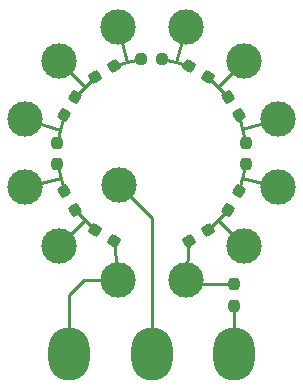
<source format=gbr>
%TF.GenerationSoftware,KiCad,Pcbnew,(6.0.5)*%
%TF.CreationDate,2022-05-19T01:25:15-04:00*%
%TF.ProjectId,selector_switch,73656c65-6374-46f7-925f-737769746368,rev?*%
%TF.SameCoordinates,Original*%
%TF.FileFunction,Copper,L2,Bot*%
%TF.FilePolarity,Positive*%
%FSLAX46Y46*%
G04 Gerber Fmt 4.6, Leading zero omitted, Abs format (unit mm)*
G04 Created by KiCad (PCBNEW (6.0.5)) date 2022-05-19 01:25:15*
%MOMM*%
%LPD*%
G01*
G04 APERTURE LIST*
G04 Aperture macros list*
%AMRoundRect*
0 Rectangle with rounded corners*
0 $1 Rounding radius*
0 $2 $3 $4 $5 $6 $7 $8 $9 X,Y pos of 4 corners*
0 Add a 4 corners polygon primitive as box body*
4,1,4,$2,$3,$4,$5,$6,$7,$8,$9,$2,$3,0*
0 Add four circle primitives for the rounded corners*
1,1,$1+$1,$2,$3*
1,1,$1+$1,$4,$5*
1,1,$1+$1,$6,$7*
1,1,$1+$1,$8,$9*
0 Add four rect primitives between the rounded corners*
20,1,$1+$1,$2,$3,$4,$5,0*
20,1,$1+$1,$4,$5,$6,$7,0*
20,1,$1+$1,$6,$7,$8,$9,0*
20,1,$1+$1,$8,$9,$2,$3,0*%
G04 Aperture macros list end*
%TA.AperFunction,SMDPad,CuDef*%
%ADD10RoundRect,0.237500X-0.335256X-0.080681X0.097756X-0.330681X0.335256X0.080681X-0.097756X0.330681X0*%
%TD*%
%TA.AperFunction,SMDPad,CuDef*%
%ADD11RoundRect,0.237500X-0.330681X0.097756X-0.080681X-0.335256X0.330681X-0.097756X0.080681X0.335256X0*%
%TD*%
%TA.AperFunction,SMDPad,CuDef*%
%ADD12RoundRect,0.237500X-0.237500X0.250000X-0.237500X-0.250000X0.237500X-0.250000X0.237500X0.250000X0*%
%TD*%
%TA.AperFunction,SMDPad,CuDef*%
%ADD13RoundRect,0.237500X-0.080681X0.335256X-0.330681X-0.097756X0.080681X-0.335256X0.330681X0.097756X0*%
%TD*%
%TA.AperFunction,SMDPad,CuDef*%
%ADD14RoundRect,0.237500X0.097756X0.330681X-0.335256X0.080681X-0.097756X-0.330681X0.335256X-0.080681X0*%
%TD*%
%TA.AperFunction,SMDPad,CuDef*%
%ADD15RoundRect,0.237500X0.250000X0.237500X-0.250000X0.237500X-0.250000X-0.237500X0.250000X-0.237500X0*%
%TD*%
%TA.AperFunction,SMDPad,CuDef*%
%ADD16RoundRect,0.237500X0.335256X0.080681X-0.097756X0.330681X-0.335256X-0.080681X0.097756X-0.330681X0*%
%TD*%
%TA.AperFunction,SMDPad,CuDef*%
%ADD17RoundRect,0.237500X0.330681X-0.097756X0.080681X0.335256X-0.330681X0.097756X-0.080681X-0.335256X0*%
%TD*%
%TA.AperFunction,SMDPad,CuDef*%
%ADD18RoundRect,0.237500X0.237500X-0.250000X0.237500X0.250000X-0.237500X0.250000X-0.237500X-0.250000X0*%
%TD*%
%TA.AperFunction,SMDPad,CuDef*%
%ADD19RoundRect,0.237500X0.080681X-0.335256X0.330681X0.097756X-0.080681X0.335256X-0.330681X-0.097756X0*%
%TD*%
%TA.AperFunction,SMDPad,CuDef*%
%ADD20RoundRect,0.237500X-0.097756X-0.330681X0.335256X-0.080681X0.097756X0.330681X-0.335256X0.080681X0*%
%TD*%
%TA.AperFunction,ComponentPad*%
%ADD21O,3.500000X4.500000*%
%TD*%
%TA.AperFunction,ComponentPad*%
%ADD22C,3.000000*%
%TD*%
%TA.AperFunction,Conductor*%
%ADD23C,0.250000*%
%TD*%
G04 APERTURE END LIST*
D10*
%TO.P,R12,1*%
%TO.N,Net-(R11-Pad2)*%
X150209752Y-75471953D03*
%TO.P,R12,2*%
%TO.N,Net-(J1-Pad1)*%
X151790248Y-76384453D03*
%TD*%
D11*
%TO.P,R11,1*%
%TO.N,Net-(R10-Pad2)*%
X147615547Y-72209752D03*
%TO.P,R11,2*%
%TO.N,Net-(R11-Pad2)*%
X148528047Y-73790248D03*
%TD*%
D12*
%TO.P,R10,2*%
%TO.N,Net-(R10-Pad2)*%
X147000000Y-69912500D03*
%TO.P,R10,1*%
%TO.N,Net-(R10-Pad1)*%
X147000000Y-68087500D03*
%TD*%
D13*
%TO.P,R9,1*%
%TO.N,Net-(R8-Pad2)*%
X148528047Y-64209752D03*
%TO.P,R9,2*%
%TO.N,Net-(R10-Pad1)*%
X147615547Y-65790248D03*
%TD*%
D14*
%TO.P,R8,1*%
%TO.N,Net-(R7-Pad2)*%
X151790248Y-61615547D03*
%TO.P,R8,2*%
%TO.N,Net-(R8-Pad2)*%
X150209752Y-62528047D03*
%TD*%
D15*
%TO.P,R7,1*%
%TO.N,Net-(R6-Pad2)*%
X155912500Y-61000000D03*
%TO.P,R7,2*%
%TO.N,Net-(R7-Pad2)*%
X154087500Y-61000000D03*
%TD*%
D16*
%TO.P,R6,1*%
%TO.N,Net-(R5-Pad2)*%
X159790248Y-62528047D03*
%TO.P,R6,2*%
%TO.N,Net-(R6-Pad2)*%
X158209752Y-61615547D03*
%TD*%
D17*
%TO.P,R5,1*%
%TO.N,Net-(R4-Pad2)*%
X162384453Y-65790248D03*
%TO.P,R5,2*%
%TO.N,Net-(R5-Pad2)*%
X161471953Y-64209752D03*
%TD*%
D18*
%TO.P,R4,1*%
%TO.N,Net-(R3-Pad2)*%
X163000000Y-69912500D03*
%TO.P,R4,2*%
%TO.N,Net-(R4-Pad2)*%
X163000000Y-68087500D03*
%TD*%
D19*
%TO.P,R3,1*%
%TO.N,Net-(R2-Pad2)*%
X161471953Y-73790248D03*
%TO.P,R3,2*%
%TO.N,Net-(R3-Pad2)*%
X162384453Y-72209752D03*
%TD*%
D20*
%TO.P,R2,1*%
%TO.N,Net-(R1-Pad2)*%
X158209752Y-76384453D03*
%TO.P,R2,2*%
%TO.N,Net-(R2-Pad2)*%
X159790248Y-75471953D03*
%TD*%
D18*
%TO.P,R1,1*%
%TO.N,Net-(J1-Pad3)*%
X162000000Y-81912500D03*
%TO.P,R1,2*%
%TO.N,Net-(R1-Pad2)*%
X162000000Y-80087500D03*
%TD*%
D21*
%TO.P,J1,1,Pin_1*%
%TO.N,Net-(J1-Pad1)*%
X148000000Y-86000000D03*
%TO.P,J1,2,Pin_2*%
%TO.N,/OUT*%
X155000000Y-86000000D03*
%TO.P,J1,3,Pin_3*%
%TO.N,Net-(J1-Pad3)*%
X162000000Y-86000000D03*
%TD*%
D22*
%TO.P,SW1,1,1*%
%TO.N,Net-(J1-Pad1)*%
X152127000Y-79722000D03*
%TO.P,SW1,2,2*%
%TO.N,Net-(R11-Pad2)*%
X147151000Y-76849000D03*
%TO.P,SW1,3,3*%
%TO.N,Net-(R10-Pad2)*%
X144278000Y-71873000D03*
%TO.P,SW1,4,4*%
%TO.N,Net-(R10-Pad1)*%
X144278000Y-66127000D03*
%TO.P,SW1,5,5*%
%TO.N,Net-(R8-Pad2)*%
X147151000Y-61151000D03*
%TO.P,SW1,6,6*%
%TO.N,Net-(R7-Pad2)*%
X152127000Y-58278000D03*
%TO.P,SW1,7,7*%
%TO.N,Net-(R6-Pad2)*%
X157873000Y-58278000D03*
%TO.P,SW1,8,8*%
%TO.N,Net-(R5-Pad2)*%
X162849000Y-61151000D03*
%TO.P,SW1,9,9*%
%TO.N,Net-(R4-Pad2)*%
X165722000Y-66127000D03*
%TO.P,SW1,10,10*%
%TO.N,Net-(R3-Pad2)*%
X165722000Y-71873000D03*
%TO.P,SW1,11,11*%
%TO.N,Net-(R2-Pad2)*%
X162849000Y-76849000D03*
%TO.P,SW1,12,12*%
%TO.N,Net-(R1-Pad2)*%
X157873000Y-79722000D03*
%TO.P,SW1,13,13*%
%TO.N,/OUT*%
X152277500Y-71722500D03*
%TD*%
D23*
%TO.N,Net-(J1-Pad1)*%
X152127000Y-79722000D02*
X149278000Y-79722000D01*
X149278000Y-79722000D02*
X148000000Y-81000000D01*
X148000000Y-81000000D02*
X148000000Y-86000000D01*
%TO.N,Net-(J1-Pad3)*%
X162000000Y-81912500D02*
X162000000Y-86000000D01*
%TO.N,Net-(R1-Pad2)*%
X157873000Y-79722000D02*
X158238500Y-80087500D01*
X158238500Y-80087500D02*
X162000000Y-80087500D01*
X158209752Y-76384453D02*
X157873000Y-79722000D01*
%TO.N,/OUT*%
X152277500Y-71722500D02*
X155000000Y-74445000D01*
X155000000Y-74445000D02*
X155000000Y-86000000D01*
%TO.N,Net-(R6-Pad2)*%
X158209752Y-61615547D02*
X157056546Y-61306546D01*
X157056546Y-61306546D02*
X155912500Y-61000000D01*
X157873000Y-58278000D02*
X157056546Y-61306546D01*
%TO.N,Net-(R7-Pad2)*%
X154087500Y-61000000D02*
X152943454Y-61306546D01*
X152943454Y-61306546D02*
X151790248Y-61615547D01*
X152127000Y-58278000D02*
X152943454Y-61306546D01*
%TO.N,Net-(R10-Pad1)*%
X147615547Y-65790248D02*
X147282647Y-67032647D01*
X147282647Y-67032647D02*
X147000000Y-68087500D01*
X144278000Y-66127000D02*
X147282647Y-67032647D01*
%TO.N,Net-(R10-Pad2)*%
X147000000Y-69912500D02*
X147306546Y-71056546D01*
X147306546Y-71056546D02*
X147615547Y-72209752D01*
X144278000Y-71873000D02*
X147306546Y-71056546D01*
%TO.N,Net-(R3-Pad2)*%
X162384453Y-72209752D02*
X162693454Y-71056546D01*
X162693454Y-71056546D02*
X163000000Y-69912500D01*
X165722000Y-71873000D02*
X162693454Y-71056546D01*
%TO.N,Net-(R4-Pad2)*%
X163000000Y-68087500D02*
X162693454Y-66943454D01*
X162693454Y-66943454D02*
X162384453Y-65790248D01*
X165722000Y-66127000D02*
X162693454Y-66943454D01*
%TO.N,Net-(R2-Pad2)*%
X160631100Y-74631100D02*
X161471953Y-73790248D01*
X159790248Y-75471953D02*
X160631100Y-74631100D01*
X160631100Y-74631100D02*
X162849000Y-76849000D01*
%TO.N,Net-(R5-Pad2)*%
X160631100Y-63368900D02*
X159790248Y-62528047D01*
X161471953Y-64209752D02*
X160631100Y-63368900D01*
X160631100Y-63368900D02*
X162849000Y-61151000D01*
%TO.N,Net-(R8-Pad2)*%
X149368900Y-63368900D02*
X148528047Y-64209752D01*
X150209752Y-62528047D02*
X149368900Y-63368900D01*
X149368900Y-63368900D02*
X147151000Y-61151000D01*
%TO.N,Net-(R11-Pad2)*%
X149368900Y-74631100D02*
X150209752Y-75471953D01*
X148528047Y-73790248D02*
X149368900Y-74631100D01*
X149368900Y-74631100D02*
X147151000Y-76849000D01*
%TO.N,Net-(J1-Pad1)*%
X151790248Y-76384453D02*
X152127000Y-79722000D01*
%TD*%
M02*

</source>
